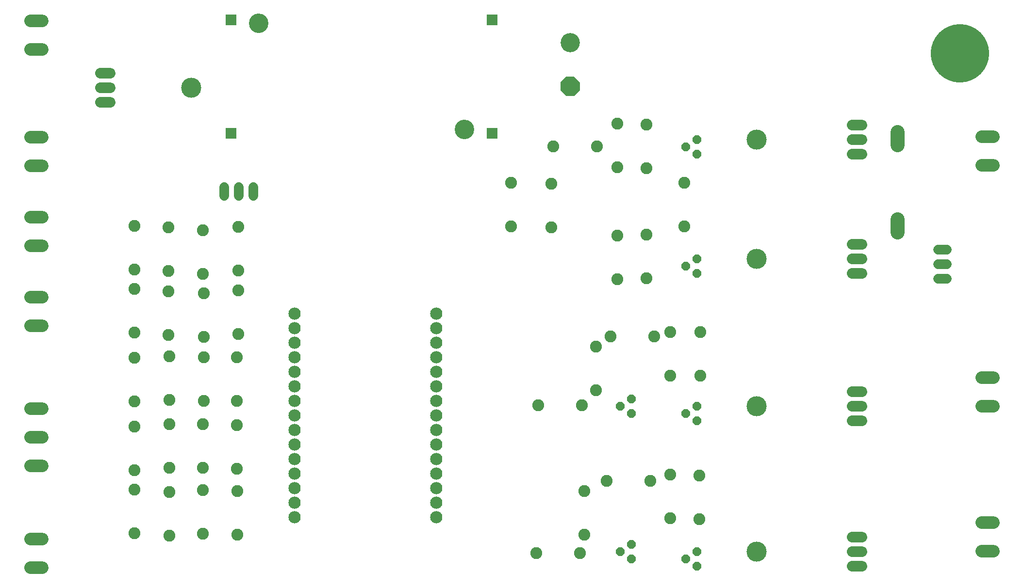
<source format=gbr>
G04 EAGLE Gerber RS-274X export*
G75*
%MOMM*%
%FSLAX34Y34*%
%LPD*%
%INSoldermask Bottom*%
%IPPOS*%
%AMOC8*
5,1,8,0,0,1.08239X$1,22.5*%
G01*
%ADD10C,10.203200*%
%ADD11C,1.727200*%
%ADD12C,2.451100*%
%ADD13C,3.403200*%
%ADD14R,1.981200X1.981200*%
%ADD15C,1.879600*%
%ADD16C,3.505200*%
%ADD17C,2.082800*%
%ADD18P,1.649562X8X112.500000*%
%ADD19C,2.133600*%
%ADD20C,2.184400*%
%ADD21P,3.629037X8X292.500000*%
%ADD22C,3.352800*%


D10*
X1700000Y950000D03*
D11*
X1677520Y556400D02*
X1662280Y556400D01*
X1662280Y581800D02*
X1677520Y581800D01*
X1677520Y607200D02*
X1662280Y607200D01*
D12*
X1591400Y789861D02*
X1591400Y812340D01*
X1591400Y659940D02*
X1591400Y637461D01*
D13*
X477040Y1001920D03*
X835815Y816500D03*
D14*
X428780Y810150D03*
X428780Y1008270D03*
X884075Y1008270D03*
X884075Y810150D03*
D15*
X217482Y915200D02*
X200718Y915200D01*
X200718Y889800D02*
X217482Y889800D01*
X217482Y864400D02*
X200718Y864400D01*
D16*
X358960Y889800D03*
D11*
X467200Y715920D02*
X467200Y700680D01*
X441800Y700680D02*
X441800Y715920D01*
X416400Y715920D02*
X416400Y700680D01*
D15*
X1512218Y307800D02*
X1528982Y307800D01*
X1528982Y333200D02*
X1512218Y333200D01*
X1512218Y358600D02*
X1528982Y358600D01*
D16*
X1345340Y333200D03*
D15*
X1512218Y54200D02*
X1528982Y54200D01*
X1528982Y79600D02*
X1512218Y79600D01*
X1512218Y105000D02*
X1528982Y105000D01*
D16*
X1345340Y79600D03*
D15*
X1512218Y565200D02*
X1528982Y565200D01*
X1528982Y590600D02*
X1512218Y590600D01*
X1512218Y616000D02*
X1528982Y616000D01*
D16*
X1345340Y590600D03*
D15*
X1512218Y773800D02*
X1528982Y773800D01*
X1528982Y799200D02*
X1512218Y799200D01*
X1512218Y824600D02*
X1528982Y824600D01*
D16*
X1345340Y799200D03*
D17*
X439900Y109100D03*
X439900Y185300D03*
X381000Y342500D03*
X381000Y418700D03*
X441000Y570900D03*
X441000Y647100D03*
X441000Y459300D03*
X441000Y535500D03*
X321000Y107700D03*
X321000Y183900D03*
X321000Y226100D03*
X321000Y302300D03*
X321000Y344500D03*
X321000Y420700D03*
X1152900Y556800D03*
X1152900Y633000D03*
X1102900Y555200D03*
X1102900Y631400D03*
X1102900Y750900D03*
X1102900Y827100D03*
X1152900Y749300D03*
X1152900Y825500D03*
X439100Y224100D03*
X439100Y300300D03*
X987100Y722300D03*
X987100Y646100D03*
X917100Y723900D03*
X917100Y647700D03*
X1247100Y462800D03*
X1247100Y386600D03*
X1195200Y463200D03*
X1195200Y387000D03*
X1065200Y437500D03*
X1065200Y361300D03*
X1090900Y455200D03*
X1167100Y455200D03*
X1040700Y334800D03*
X964500Y334800D03*
X1245200Y212300D03*
X1245200Y136100D03*
X1195200Y213900D03*
X1195200Y137700D03*
X1045200Y185500D03*
X1045200Y109300D03*
X439100Y342500D03*
X439100Y418700D03*
X1084100Y203300D03*
X1160300Y203300D03*
X1037500Y76700D03*
X961300Y76700D03*
X379100Y110900D03*
X379100Y187100D03*
X319100Y569300D03*
X319100Y645500D03*
X319100Y457700D03*
X319100Y533900D03*
X379100Y226100D03*
X379100Y302300D03*
X379100Y564500D03*
X379100Y640700D03*
X381000Y454100D03*
X381000Y530300D03*
D18*
X1241200Y590600D03*
X1222150Y577900D03*
X1241200Y565200D03*
X1241200Y799200D03*
X1222150Y786500D03*
X1241200Y773800D03*
X1241200Y333200D03*
X1222150Y320500D03*
X1241200Y307800D03*
X1126900Y345900D03*
X1107850Y333200D03*
X1126900Y320500D03*
X1241200Y79600D03*
X1222150Y66900D03*
X1241200Y54200D03*
X1126900Y92300D03*
X1107850Y79600D03*
X1126900Y66900D03*
D19*
X786900Y139600D03*
X786900Y165000D03*
X786900Y190400D03*
X786900Y215800D03*
X786900Y241200D03*
X786900Y266600D03*
X786900Y292000D03*
X786900Y317400D03*
X786900Y342800D03*
X786900Y368200D03*
X786900Y393600D03*
X786900Y419000D03*
X786900Y444400D03*
X786900Y469800D03*
X786900Y495200D03*
X539200Y139600D03*
X539200Y165000D03*
X539200Y190400D03*
X539200Y215800D03*
X539200Y241200D03*
X539200Y266600D03*
X539200Y292000D03*
X539200Y317400D03*
X539200Y342800D03*
X539200Y368200D03*
X539200Y393600D03*
X539200Y419000D03*
X539200Y444400D03*
X539200Y469800D03*
X539200Y495200D03*
D20*
X98806Y329438D02*
X78994Y329438D01*
X78994Y279400D02*
X98806Y279400D01*
X98806Y229362D02*
X78994Y229362D01*
X78994Y523946D02*
X98806Y523946D01*
X98806Y473908D02*
X78994Y473908D01*
X78994Y663646D02*
X98806Y663646D01*
X98806Y613608D02*
X78994Y613608D01*
X78994Y803346D02*
X98806Y803346D01*
X98806Y753308D02*
X78994Y753308D01*
X1738494Y333454D02*
X1758306Y333454D01*
X1758306Y383492D02*
X1738494Y383492D01*
X1738494Y79854D02*
X1758306Y79854D01*
X1758306Y129892D02*
X1738494Y129892D01*
X98806Y101346D02*
X78994Y101346D01*
X78994Y51308D02*
X98806Y51308D01*
X98806Y1006746D02*
X78994Y1006746D01*
X78994Y956708D02*
X98806Y956708D01*
X1738494Y754354D02*
X1758306Y754354D01*
X1758306Y804392D02*
X1738494Y804392D01*
D17*
X260000Y111900D03*
X260000Y188100D03*
X260000Y221900D03*
X260000Y298100D03*
X260000Y341900D03*
X260000Y418100D03*
X260000Y571900D03*
X260000Y648100D03*
X260000Y461900D03*
X260000Y538100D03*
D21*
X1020000Y891900D03*
D22*
X1020000Y968100D03*
D17*
X1066800Y787400D03*
X990600Y787400D03*
X1219200Y647700D03*
X1219200Y723900D03*
M02*

</source>
